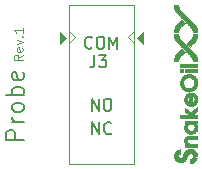
<source format=gbr>
%TF.GenerationSoftware,KiCad,Pcbnew,5.1.9+dfsg1-1+deb11u1*%
%TF.CreationDate,2023-07-29T18:46:00+09:00*%
%TF.ProjectId,probe-mount,70726f62-652d-46d6-9f75-6e742e6b6963,rev?*%
%TF.SameCoordinates,Original*%
%TF.FileFunction,Legend,Top*%
%TF.FilePolarity,Positive*%
%FSLAX46Y46*%
G04 Gerber Fmt 4.6, Leading zero omitted, Abs format (unit mm)*
G04 Created by KiCad (PCBNEW 5.1.9+dfsg1-1+deb11u1) date 2023-07-29 18:46:00*
%MOMM*%
%LPD*%
G01*
G04 APERTURE LIST*
%ADD10C,0.100000*%
%ADD11C,0.200000*%
%ADD12C,0.010000*%
%ADD13C,0.120000*%
%ADD14C,0.150000*%
G04 APERTURE END LIST*
D10*
G36*
X151000000Y-121500000D02*
G01*
X150500000Y-121000000D01*
X151000000Y-120500000D01*
X151000000Y-121500000D01*
G37*
X151000000Y-121500000D02*
X150500000Y-121000000D01*
X151000000Y-120500000D01*
X151000000Y-121500000D01*
G36*
X144500000Y-121000000D02*
G01*
X144000000Y-121500000D01*
X144000000Y-120500000D01*
X144500000Y-121000000D01*
G37*
X144500000Y-121000000D02*
X144000000Y-121500000D01*
X144000000Y-120500000D01*
X144500000Y-121000000D01*
X140839285Y-122410714D02*
X140482142Y-122660714D01*
X140839285Y-122839285D02*
X140089285Y-122839285D01*
X140089285Y-122553571D01*
X140125000Y-122482142D01*
X140160714Y-122446428D01*
X140232142Y-122410714D01*
X140339285Y-122410714D01*
X140410714Y-122446428D01*
X140446428Y-122482142D01*
X140482142Y-122553571D01*
X140482142Y-122839285D01*
X140803571Y-121803571D02*
X140839285Y-121875000D01*
X140839285Y-122017857D01*
X140803571Y-122089285D01*
X140732142Y-122125000D01*
X140446428Y-122125000D01*
X140375000Y-122089285D01*
X140339285Y-122017857D01*
X140339285Y-121875000D01*
X140375000Y-121803571D01*
X140446428Y-121767857D01*
X140517857Y-121767857D01*
X140589285Y-122125000D01*
X140339285Y-121517857D02*
X140839285Y-121339285D01*
X140339285Y-121160714D01*
X140767857Y-120875000D02*
X140803571Y-120839285D01*
X140839285Y-120875000D01*
X140803571Y-120910714D01*
X140767857Y-120875000D01*
X140839285Y-120875000D01*
X140839285Y-120125000D02*
X140839285Y-120553571D01*
X140839285Y-120339285D02*
X140089285Y-120339285D01*
X140196428Y-120410714D01*
X140267857Y-120482142D01*
X140303571Y-120553571D01*
D11*
X140928571Y-129607142D02*
X139428571Y-129607142D01*
X139428571Y-129035714D01*
X139500000Y-128892857D01*
X139571428Y-128821428D01*
X139714285Y-128750000D01*
X139928571Y-128750000D01*
X140071428Y-128821428D01*
X140142857Y-128892857D01*
X140214285Y-129035714D01*
X140214285Y-129607142D01*
X140928571Y-128107142D02*
X139928571Y-128107142D01*
X140214285Y-128107142D02*
X140071428Y-128035714D01*
X140000000Y-127964285D01*
X139928571Y-127821428D01*
X139928571Y-127678571D01*
X140928571Y-126964285D02*
X140857142Y-127107142D01*
X140785714Y-127178571D01*
X140642857Y-127250000D01*
X140214285Y-127250000D01*
X140071428Y-127178571D01*
X140000000Y-127107142D01*
X139928571Y-126964285D01*
X139928571Y-126750000D01*
X140000000Y-126607142D01*
X140071428Y-126535714D01*
X140214285Y-126464285D01*
X140642857Y-126464285D01*
X140785714Y-126535714D01*
X140857142Y-126607142D01*
X140928571Y-126750000D01*
X140928571Y-126964285D01*
X140928571Y-125821428D02*
X139428571Y-125821428D01*
X140000000Y-125821428D02*
X139928571Y-125678571D01*
X139928571Y-125392857D01*
X140000000Y-125250000D01*
X140071428Y-125178571D01*
X140214285Y-125107142D01*
X140642857Y-125107142D01*
X140785714Y-125178571D01*
X140857142Y-125250000D01*
X140928571Y-125392857D01*
X140928571Y-125678571D01*
X140857142Y-125821428D01*
X140857142Y-123892857D02*
X140928571Y-124035714D01*
X140928571Y-124321428D01*
X140857142Y-124464285D01*
X140714285Y-124535714D01*
X140142857Y-124535714D01*
X140000000Y-124464285D01*
X139928571Y-124321428D01*
X139928571Y-124035714D01*
X140000000Y-123892857D01*
X140142857Y-123821428D01*
X140285714Y-123821428D01*
X140428571Y-124535714D01*
D12*
%TO.C,G\u002A\u002A\u002A*%
G36*
X154432267Y-123609823D02*
G01*
X154432267Y-123864047D01*
X154312323Y-123862524D01*
X154192378Y-123861000D01*
X154190859Y-123735412D01*
X154189340Y-123609823D01*
X154432267Y-123609823D01*
G37*
X154432267Y-123609823D02*
X154432267Y-123864047D01*
X154312323Y-123862524D01*
X154192378Y-123861000D01*
X154190859Y-123735412D01*
X154189340Y-123609823D01*
X154432267Y-123609823D01*
G36*
X153647722Y-120444700D02*
G01*
X153648554Y-120417488D01*
X153650697Y-120389141D01*
X153653496Y-120367089D01*
X153657151Y-120344151D01*
X153660340Y-120321801D01*
X153661719Y-120310645D01*
X153664301Y-120295362D01*
X153669270Y-120272276D01*
X153675880Y-120244430D01*
X153683384Y-120214865D01*
X153691035Y-120186623D01*
X153697730Y-120163889D01*
X153706434Y-120139252D01*
X153719062Y-120107872D01*
X153734280Y-120072995D01*
X153741795Y-120056645D01*
X153749146Y-120041810D01*
X153759585Y-120021851D01*
X153771664Y-119999403D01*
X153783937Y-119977104D01*
X153794956Y-119957591D01*
X153803275Y-119943499D01*
X153806843Y-119938112D01*
X153811885Y-119931414D01*
X153821968Y-119917786D01*
X153835479Y-119899417D01*
X153846418Y-119884489D01*
X153859296Y-119868481D01*
X153879685Y-119845266D01*
X153906982Y-119815484D01*
X153940583Y-119779777D01*
X153979884Y-119738783D01*
X154024280Y-119693144D01*
X154073167Y-119643500D01*
X154085577Y-119630985D01*
X154289632Y-119425458D01*
X154420216Y-119556832D01*
X154451534Y-119588379D01*
X154480122Y-119617252D01*
X154505054Y-119642510D01*
X154525403Y-119663212D01*
X154540245Y-119678416D01*
X154548652Y-119687181D01*
X154550227Y-119688981D01*
X154546222Y-119692977D01*
X154534976Y-119704117D01*
X154517282Y-119721617D01*
X154493936Y-119744692D01*
X154465731Y-119772558D01*
X154433461Y-119804429D01*
X154397921Y-119839522D01*
X154363804Y-119873200D01*
X154312457Y-119924071D01*
X154268548Y-119968053D01*
X154231314Y-120006017D01*
X154199991Y-120038835D01*
X154173819Y-120067375D01*
X154152033Y-120092509D01*
X154133871Y-120115107D01*
X154118570Y-120136040D01*
X154105368Y-120156176D01*
X154093502Y-120176388D01*
X154086048Y-120190161D01*
X154057861Y-120249928D01*
X154037628Y-120308244D01*
X154024272Y-120368962D01*
X154016717Y-120435934D01*
X154016503Y-120439056D01*
X154013197Y-120488445D01*
X153647689Y-120488445D01*
X153647722Y-120444700D01*
G37*
X153647722Y-120444700D02*
X153648554Y-120417488D01*
X153650697Y-120389141D01*
X153653496Y-120367089D01*
X153657151Y-120344151D01*
X153660340Y-120321801D01*
X153661719Y-120310645D01*
X153664301Y-120295362D01*
X153669270Y-120272276D01*
X153675880Y-120244430D01*
X153683384Y-120214865D01*
X153691035Y-120186623D01*
X153697730Y-120163889D01*
X153706434Y-120139252D01*
X153719062Y-120107872D01*
X153734280Y-120072995D01*
X153741795Y-120056645D01*
X153749146Y-120041810D01*
X153759585Y-120021851D01*
X153771664Y-119999403D01*
X153783937Y-119977104D01*
X153794956Y-119957591D01*
X153803275Y-119943499D01*
X153806843Y-119938112D01*
X153811885Y-119931414D01*
X153821968Y-119917786D01*
X153835479Y-119899417D01*
X153846418Y-119884489D01*
X153859296Y-119868481D01*
X153879685Y-119845266D01*
X153906982Y-119815484D01*
X153940583Y-119779777D01*
X153979884Y-119738783D01*
X154024280Y-119693144D01*
X154073167Y-119643500D01*
X154085577Y-119630985D01*
X154289632Y-119425458D01*
X154420216Y-119556832D01*
X154451534Y-119588379D01*
X154480122Y-119617252D01*
X154505054Y-119642510D01*
X154525403Y-119663212D01*
X154540245Y-119678416D01*
X154548652Y-119687181D01*
X154550227Y-119688981D01*
X154546222Y-119692977D01*
X154534976Y-119704117D01*
X154517282Y-119721617D01*
X154493936Y-119744692D01*
X154465731Y-119772558D01*
X154433461Y-119804429D01*
X154397921Y-119839522D01*
X154363804Y-119873200D01*
X154312457Y-119924071D01*
X154268548Y-119968053D01*
X154231314Y-120006017D01*
X154199991Y-120038835D01*
X154173819Y-120067375D01*
X154152033Y-120092509D01*
X154133871Y-120115107D01*
X154118570Y-120136040D01*
X154105368Y-120156176D01*
X154093502Y-120176388D01*
X154086048Y-120190161D01*
X154057861Y-120249928D01*
X154037628Y-120308244D01*
X154024272Y-120368962D01*
X154016717Y-120435934D01*
X154016503Y-120439056D01*
X154013197Y-120488445D01*
X153647689Y-120488445D01*
X153647722Y-120444700D01*
G36*
X153647722Y-122900034D02*
G01*
X153648554Y-122872821D01*
X153650697Y-122844474D01*
X153653496Y-122822423D01*
X153657151Y-122799484D01*
X153660340Y-122777134D01*
X153661719Y-122765978D01*
X153664301Y-122750695D01*
X153669270Y-122727609D01*
X153675880Y-122699763D01*
X153683384Y-122670198D01*
X153691035Y-122641957D01*
X153697730Y-122619223D01*
X153706434Y-122594586D01*
X153719062Y-122563205D01*
X153734280Y-122528328D01*
X153741795Y-122511978D01*
X153749146Y-122497144D01*
X153759585Y-122477184D01*
X153771664Y-122454736D01*
X153783937Y-122432438D01*
X153794956Y-122412924D01*
X153803275Y-122398832D01*
X153806843Y-122393445D01*
X153811885Y-122386747D01*
X153821968Y-122373120D01*
X153835479Y-122354750D01*
X153846418Y-122339823D01*
X153859296Y-122323814D01*
X153879685Y-122300599D01*
X153906982Y-122270818D01*
X153940583Y-122235110D01*
X153979884Y-122194117D01*
X154024280Y-122148478D01*
X154073167Y-122098834D01*
X154085577Y-122086318D01*
X154289632Y-121880791D01*
X154420216Y-122012165D01*
X154451534Y-122043712D01*
X154480122Y-122072585D01*
X154505054Y-122097844D01*
X154525403Y-122118545D01*
X154540245Y-122133750D01*
X154548652Y-122142515D01*
X154550227Y-122144315D01*
X154546222Y-122148310D01*
X154534976Y-122159450D01*
X154517282Y-122176951D01*
X154493936Y-122200026D01*
X154465731Y-122227891D01*
X154433461Y-122259763D01*
X154397921Y-122294855D01*
X154363804Y-122328534D01*
X154312457Y-122379404D01*
X154268548Y-122423386D01*
X154231314Y-122461351D01*
X154199991Y-122494168D01*
X154173819Y-122522709D01*
X154152033Y-122547843D01*
X154133871Y-122570441D01*
X154118570Y-122591373D01*
X154105368Y-122611510D01*
X154093502Y-122631722D01*
X154086048Y-122645495D01*
X154057861Y-122705261D01*
X154037628Y-122763577D01*
X154024272Y-122824295D01*
X154016717Y-122891267D01*
X154016503Y-122894389D01*
X154013197Y-122943778D01*
X153647689Y-122943778D01*
X153647722Y-122900034D01*
G37*
X153647722Y-122900034D02*
X153648554Y-122872821D01*
X153650697Y-122844474D01*
X153653496Y-122822423D01*
X153657151Y-122799484D01*
X153660340Y-122777134D01*
X153661719Y-122765978D01*
X153664301Y-122750695D01*
X153669270Y-122727609D01*
X153675880Y-122699763D01*
X153683384Y-122670198D01*
X153691035Y-122641957D01*
X153697730Y-122619223D01*
X153706434Y-122594586D01*
X153719062Y-122563205D01*
X153734280Y-122528328D01*
X153741795Y-122511978D01*
X153749146Y-122497144D01*
X153759585Y-122477184D01*
X153771664Y-122454736D01*
X153783937Y-122432438D01*
X153794956Y-122412924D01*
X153803275Y-122398832D01*
X153806843Y-122393445D01*
X153811885Y-122386747D01*
X153821968Y-122373120D01*
X153835479Y-122354750D01*
X153846418Y-122339823D01*
X153859296Y-122323814D01*
X153879685Y-122300599D01*
X153906982Y-122270818D01*
X153940583Y-122235110D01*
X153979884Y-122194117D01*
X154024280Y-122148478D01*
X154073167Y-122098834D01*
X154085577Y-122086318D01*
X154289632Y-121880791D01*
X154420216Y-122012165D01*
X154451534Y-122043712D01*
X154480122Y-122072585D01*
X154505054Y-122097844D01*
X154525403Y-122118545D01*
X154540245Y-122133750D01*
X154548652Y-122142515D01*
X154550227Y-122144315D01*
X154546222Y-122148310D01*
X154534976Y-122159450D01*
X154517282Y-122176951D01*
X154493936Y-122200026D01*
X154465731Y-122227891D01*
X154433461Y-122259763D01*
X154397921Y-122294855D01*
X154363804Y-122328534D01*
X154312457Y-122379404D01*
X154268548Y-122423386D01*
X154231314Y-122461351D01*
X154199991Y-122494168D01*
X154173819Y-122522709D01*
X154152033Y-122547843D01*
X154133871Y-122570441D01*
X154118570Y-122591373D01*
X154105368Y-122611510D01*
X154093502Y-122631722D01*
X154086048Y-122645495D01*
X154057861Y-122705261D01*
X154037628Y-122763577D01*
X154024272Y-122824295D01*
X154016717Y-122891267D01*
X154016503Y-122894389D01*
X154013197Y-122943778D01*
X153647689Y-122943778D01*
X153647722Y-122900034D01*
G36*
X155051745Y-131211486D02*
G01*
X155065716Y-131210031D01*
X155073713Y-131209746D01*
X155074283Y-131209888D01*
X155076059Y-131215517D01*
X155079090Y-131228756D01*
X155081130Y-131238720D01*
X155085435Y-131259894D01*
X155090814Y-131285463D01*
X155094645Y-131303200D01*
X155106117Y-131355508D01*
X155115492Y-131398128D01*
X155123071Y-131432407D01*
X155129152Y-131459688D01*
X155134035Y-131481317D01*
X155138019Y-131498638D01*
X155140782Y-131510383D01*
X155146174Y-131534455D01*
X155148448Y-131549848D01*
X155147542Y-131558749D01*
X155143394Y-131563345D01*
X155139234Y-131564972D01*
X155123009Y-131568808D01*
X155101017Y-131572908D01*
X155077682Y-131576566D01*
X155057431Y-131579074D01*
X155046475Y-131579778D01*
X155030578Y-131579778D01*
X155030578Y-131214124D01*
X155051745Y-131211486D01*
G37*
X155051745Y-131211486D02*
X155065716Y-131210031D01*
X155073713Y-131209746D01*
X155074283Y-131209888D01*
X155076059Y-131215517D01*
X155079090Y-131228756D01*
X155081130Y-131238720D01*
X155085435Y-131259894D01*
X155090814Y-131285463D01*
X155094645Y-131303200D01*
X155106117Y-131355508D01*
X155115492Y-131398128D01*
X155123071Y-131432407D01*
X155129152Y-131459688D01*
X155134035Y-131481317D01*
X155138019Y-131498638D01*
X155140782Y-131510383D01*
X155146174Y-131534455D01*
X155148448Y-131549848D01*
X155147542Y-131558749D01*
X155143394Y-131563345D01*
X155139234Y-131564972D01*
X155123009Y-131568808D01*
X155101017Y-131572908D01*
X155077682Y-131576566D01*
X155057431Y-131579074D01*
X155046475Y-131579778D01*
X155030578Y-131579778D01*
X155030578Y-131214124D01*
X155051745Y-131211486D01*
G36*
X155119153Y-131202517D02*
G01*
X155123729Y-131195831D01*
X155132298Y-131190361D01*
X155145014Y-131184186D01*
X155145393Y-131184003D01*
X155175829Y-131169274D01*
X155271575Y-131308204D01*
X155295833Y-131343436D01*
X155318077Y-131375804D01*
X155337479Y-131404102D01*
X155353214Y-131427121D01*
X155364455Y-131443653D01*
X155370375Y-131452491D01*
X155371013Y-131453501D01*
X155368419Y-131459636D01*
X155357405Y-131469898D01*
X155339434Y-131482957D01*
X155336697Y-131484768D01*
X155287828Y-131514042D01*
X155242303Y-131535868D01*
X155233243Y-131539440D01*
X155226365Y-131541618D01*
X155221354Y-131540758D01*
X155217039Y-131535058D01*
X155212249Y-131522712D01*
X155205811Y-131501917D01*
X155203225Y-131493228D01*
X155195947Y-131468958D01*
X155189359Y-131447385D01*
X155184466Y-131431787D01*
X155183013Y-131427378D01*
X155179084Y-131415152D01*
X155173203Y-131395970D01*
X155166559Y-131373720D01*
X155165740Y-131370934D01*
X155157782Y-131344395D01*
X155148210Y-131313265D01*
X155138912Y-131283681D01*
X155137683Y-131279836D01*
X155127834Y-131249079D01*
X155121360Y-131227220D01*
X155118415Y-131212340D01*
X155119153Y-131202517D01*
G37*
X155119153Y-131202517D02*
X155123729Y-131195831D01*
X155132298Y-131190361D01*
X155145014Y-131184186D01*
X155145393Y-131184003D01*
X155175829Y-131169274D01*
X155271575Y-131308204D01*
X155295833Y-131343436D01*
X155318077Y-131375804D01*
X155337479Y-131404102D01*
X155353214Y-131427121D01*
X155364455Y-131443653D01*
X155370375Y-131452491D01*
X155371013Y-131453501D01*
X155368419Y-131459636D01*
X155357405Y-131469898D01*
X155339434Y-131482957D01*
X155336697Y-131484768D01*
X155287828Y-131514042D01*
X155242303Y-131535868D01*
X155233243Y-131539440D01*
X155226365Y-131541618D01*
X155221354Y-131540758D01*
X155217039Y-131535058D01*
X155212249Y-131522712D01*
X155205811Y-131501917D01*
X155203225Y-131493228D01*
X155195947Y-131468958D01*
X155189359Y-131447385D01*
X155184466Y-131431787D01*
X155183013Y-131427378D01*
X155179084Y-131415152D01*
X155173203Y-131395970D01*
X155166559Y-131373720D01*
X155165740Y-131370934D01*
X155157782Y-131344395D01*
X155148210Y-131313265D01*
X155138912Y-131283681D01*
X155137683Y-131279836D01*
X155127834Y-131249079D01*
X155121360Y-131227220D01*
X155118415Y-131212340D01*
X155119153Y-131202517D01*
G36*
X155221984Y-131122380D02*
G01*
X155233532Y-131104251D01*
X155242858Y-131085868D01*
X155245268Y-131079636D01*
X155250396Y-131066927D01*
X155257095Y-131062261D01*
X155269782Y-131062991D01*
X155272370Y-131063386D01*
X155292217Y-131066676D01*
X155319969Y-131071540D01*
X155352449Y-131077400D01*
X155386479Y-131083681D01*
X155418881Y-131089808D01*
X155428511Y-131091666D01*
X155452138Y-131096134D01*
X155481915Y-131101599D01*
X155512868Y-131107152D01*
X155525878Y-131109442D01*
X155553415Y-131114681D01*
X155571205Y-131119222D01*
X155580726Y-131123545D01*
X155583458Y-131128119D01*
X155581560Y-131137178D01*
X155576752Y-131153763D01*
X155569951Y-131174779D01*
X155567534Y-131181845D01*
X155536741Y-131255681D01*
X155497681Y-131324308D01*
X155454400Y-131382223D01*
X155437536Y-131401978D01*
X155424104Y-131387867D01*
X155409999Y-131372871D01*
X155391092Y-131352515D01*
X155368668Y-131328207D01*
X155344009Y-131301352D01*
X155318398Y-131273358D01*
X155293118Y-131245630D01*
X155269452Y-131219576D01*
X155248683Y-131196601D01*
X155232095Y-131178113D01*
X155220969Y-131165517D01*
X155217093Y-131160926D01*
X155205126Y-131145651D01*
X155221984Y-131122380D01*
G37*
X155221984Y-131122380D02*
X155233532Y-131104251D01*
X155242858Y-131085868D01*
X155245268Y-131079636D01*
X155250396Y-131066927D01*
X155257095Y-131062261D01*
X155269782Y-131062991D01*
X155272370Y-131063386D01*
X155292217Y-131066676D01*
X155319969Y-131071540D01*
X155352449Y-131077400D01*
X155386479Y-131083681D01*
X155418881Y-131089808D01*
X155428511Y-131091666D01*
X155452138Y-131096134D01*
X155481915Y-131101599D01*
X155512868Y-131107152D01*
X155525878Y-131109442D01*
X155553415Y-131114681D01*
X155571205Y-131119222D01*
X155580726Y-131123545D01*
X155583458Y-131128119D01*
X155581560Y-131137178D01*
X155576752Y-131153763D01*
X155569951Y-131174779D01*
X155567534Y-131181845D01*
X155536741Y-131255681D01*
X155497681Y-131324308D01*
X155454400Y-131382223D01*
X155437536Y-131401978D01*
X155424104Y-131387867D01*
X155409999Y-131372871D01*
X155391092Y-131352515D01*
X155368668Y-131328207D01*
X155344009Y-131301352D01*
X155318398Y-131273358D01*
X155293118Y-131245630D01*
X155269452Y-131219576D01*
X155248683Y-131196601D01*
X155232095Y-131178113D01*
X155220969Y-131165517D01*
X155217093Y-131160926D01*
X155205126Y-131145651D01*
X155221984Y-131122380D01*
G36*
X155606311Y-123152623D02*
G01*
X155606311Y-123406666D01*
X154899345Y-123405233D01*
X154192378Y-123403800D01*
X154190859Y-123278212D01*
X154189340Y-123152623D01*
X155606311Y-123152623D01*
G37*
X155606311Y-123152623D02*
X155606311Y-123406666D01*
X154899345Y-123405233D01*
X154192378Y-123403800D01*
X154190859Y-123278212D01*
X154189340Y-123152623D01*
X155606311Y-123152623D01*
G36*
X155606311Y-123609823D02*
G01*
X155606311Y-123863823D01*
X154545156Y-123863823D01*
X154545156Y-123609823D01*
X155606311Y-123609823D01*
G37*
X155606311Y-123609823D02*
X155606311Y-123863823D01*
X154545156Y-123863823D01*
X154545156Y-123609823D01*
X155606311Y-123609823D01*
G36*
X155037804Y-127529889D02*
G01*
X154956580Y-127475397D01*
X154930316Y-127457725D01*
X154896831Y-127435114D01*
X154858231Y-127408991D01*
X154816620Y-127380780D01*
X154774101Y-127351907D01*
X154732779Y-127323797D01*
X154728600Y-127320952D01*
X154691617Y-127295803D01*
X154656870Y-127272251D01*
X154625666Y-127251176D01*
X154599309Y-127233455D01*
X154579104Y-127219968D01*
X154566357Y-127211593D01*
X154563500Y-127209786D01*
X154545156Y-127198574D01*
X154545156Y-127046261D01*
X154545356Y-126997241D01*
X154545943Y-126957269D01*
X154546900Y-126926847D01*
X154548207Y-126906480D01*
X154549846Y-126896668D01*
X154550686Y-126895830D01*
X154556608Y-126899563D01*
X154570310Y-126909052D01*
X154590482Y-126923363D01*
X154615813Y-126941562D01*
X154644993Y-126962713D01*
X154667808Y-126979362D01*
X154739014Y-127031450D01*
X154803695Y-127078743D01*
X154861527Y-127121002D01*
X154912186Y-127157991D01*
X154955344Y-127189473D01*
X154990679Y-127215209D01*
X155017863Y-127234964D01*
X155036572Y-127248499D01*
X155046080Y-127255297D01*
X155064405Y-127268163D01*
X155163941Y-127187360D01*
X155200729Y-127157485D01*
X155242100Y-127123870D01*
X155284651Y-127089282D01*
X155324980Y-127056486D01*
X155357284Y-127030201D01*
X155410070Y-126987245D01*
X155454773Y-126950891D01*
X155492059Y-126920606D01*
X155522591Y-126895858D01*
X155547034Y-126876112D01*
X155566053Y-126860836D01*
X155580312Y-126849495D01*
X155590475Y-126841556D01*
X155597208Y-126836486D01*
X155601175Y-126833751D01*
X155603040Y-126832818D01*
X155603197Y-126832800D01*
X155603971Y-126838216D01*
X155604667Y-126853546D01*
X155605262Y-126877417D01*
X155605732Y-126908455D01*
X155606052Y-126945286D01*
X155606198Y-126986536D01*
X155606202Y-127003545D01*
X155606093Y-127174289D01*
X155511658Y-127242579D01*
X155477560Y-127267271D01*
X155438489Y-127295624D01*
X155396084Y-127326444D01*
X155351980Y-127358538D01*
X155307815Y-127390713D01*
X155265227Y-127421775D01*
X155225853Y-127450531D01*
X155191331Y-127475788D01*
X155163297Y-127496353D01*
X155149902Y-127506217D01*
X155114003Y-127532712D01*
X155606311Y-127532712D01*
X155606311Y-127786712D01*
X154189556Y-127786712D01*
X154189556Y-127532783D01*
X155037804Y-127529889D01*
G37*
X155037804Y-127529889D02*
X154956580Y-127475397D01*
X154930316Y-127457725D01*
X154896831Y-127435114D01*
X154858231Y-127408991D01*
X154816620Y-127380780D01*
X154774101Y-127351907D01*
X154732779Y-127323797D01*
X154728600Y-127320952D01*
X154691617Y-127295803D01*
X154656870Y-127272251D01*
X154625666Y-127251176D01*
X154599309Y-127233455D01*
X154579104Y-127219968D01*
X154566357Y-127211593D01*
X154563500Y-127209786D01*
X154545156Y-127198574D01*
X154545156Y-127046261D01*
X154545356Y-126997241D01*
X154545943Y-126957269D01*
X154546900Y-126926847D01*
X154548207Y-126906480D01*
X154549846Y-126896668D01*
X154550686Y-126895830D01*
X154556608Y-126899563D01*
X154570310Y-126909052D01*
X154590482Y-126923363D01*
X154615813Y-126941562D01*
X154644993Y-126962713D01*
X154667808Y-126979362D01*
X154739014Y-127031450D01*
X154803695Y-127078743D01*
X154861527Y-127121002D01*
X154912186Y-127157991D01*
X154955344Y-127189473D01*
X154990679Y-127215209D01*
X155017863Y-127234964D01*
X155036572Y-127248499D01*
X155046080Y-127255297D01*
X155064405Y-127268163D01*
X155163941Y-127187360D01*
X155200729Y-127157485D01*
X155242100Y-127123870D01*
X155284651Y-127089282D01*
X155324980Y-127056486D01*
X155357284Y-127030201D01*
X155410070Y-126987245D01*
X155454773Y-126950891D01*
X155492059Y-126920606D01*
X155522591Y-126895858D01*
X155547034Y-126876112D01*
X155566053Y-126860836D01*
X155580312Y-126849495D01*
X155590475Y-126841556D01*
X155597208Y-126836486D01*
X155601175Y-126833751D01*
X155603040Y-126832818D01*
X155603197Y-126832800D01*
X155603971Y-126838216D01*
X155604667Y-126853546D01*
X155605262Y-126877417D01*
X155605732Y-126908455D01*
X155606052Y-126945286D01*
X155606198Y-126986536D01*
X155606202Y-127003545D01*
X155606093Y-127174289D01*
X155511658Y-127242579D01*
X155477560Y-127267271D01*
X155438489Y-127295624D01*
X155396084Y-127326444D01*
X155351980Y-127358538D01*
X155307815Y-127390713D01*
X155265227Y-127421775D01*
X155225853Y-127450531D01*
X155191331Y-127475788D01*
X155163297Y-127496353D01*
X155149902Y-127506217D01*
X155114003Y-127532712D01*
X155606311Y-127532712D01*
X155606311Y-127786712D01*
X154189556Y-127786712D01*
X154189556Y-127532783D01*
X155037804Y-127529889D01*
G36*
X154526173Y-129616306D02*
G01*
X154526675Y-129589268D01*
X154527852Y-129568651D01*
X154529968Y-129552025D01*
X154533288Y-129536955D01*
X154538075Y-129521010D01*
X154541393Y-129511089D01*
X154555396Y-129473179D01*
X154569523Y-129442738D01*
X154585738Y-129416096D01*
X154606005Y-129389586D01*
X154607245Y-129388097D01*
X154640049Y-129352837D01*
X154674704Y-129324315D01*
X154713493Y-129301196D01*
X154758696Y-129282144D01*
X154812594Y-129265825D01*
X154818911Y-129264200D01*
X154828449Y-129261908D01*
X154838261Y-129259931D01*
X154849254Y-129258239D01*
X154862335Y-129256802D01*
X154878411Y-129255588D01*
X154898388Y-129254568D01*
X154923173Y-129253711D01*
X154953673Y-129252986D01*
X154990796Y-129252363D01*
X155035447Y-129251812D01*
X155088533Y-129251302D01*
X155150962Y-129250802D01*
X155223641Y-129250282D01*
X155235189Y-129250202D01*
X155606311Y-129247653D01*
X155606311Y-129502623D01*
X155345256Y-129502672D01*
X155258950Y-129502863D01*
X155183124Y-129503468D01*
X155116971Y-129504590D01*
X155059686Y-129506330D01*
X155010463Y-129508791D01*
X154968496Y-129512075D01*
X154932981Y-129516284D01*
X154903111Y-129521519D01*
X154878081Y-129527883D01*
X154857085Y-129535479D01*
X154839317Y-129544407D01*
X154823973Y-129554771D01*
X154810246Y-129566671D01*
X154805883Y-129571006D01*
X154782291Y-129602857D01*
X154766583Y-129640681D01*
X154758710Y-129682418D01*
X154758624Y-129726009D01*
X154766278Y-129769391D01*
X154781624Y-129810505D01*
X154804614Y-129847291D01*
X154812515Y-129856647D01*
X154844296Y-129883785D01*
X154884861Y-129905056D01*
X154933015Y-129919879D01*
X154948469Y-129922930D01*
X154961732Y-129924917D01*
X154977498Y-129926590D01*
X154996759Y-129927974D01*
X155020507Y-129929093D01*
X155049732Y-129929971D01*
X155085425Y-129930633D01*
X155128578Y-129931102D01*
X155180182Y-129931404D01*
X155241228Y-129931561D01*
X155302251Y-129931600D01*
X155606311Y-129931600D01*
X155606311Y-130057660D01*
X155606150Y-130094296D01*
X155605697Y-130127082D01*
X155605002Y-130154356D01*
X155604112Y-130174455D01*
X155603075Y-130185714D01*
X155602548Y-130187482D01*
X155596482Y-130188026D01*
X155579916Y-130188546D01*
X155553641Y-130189037D01*
X155518446Y-130189493D01*
X155475120Y-130189909D01*
X155424453Y-130190279D01*
X155367234Y-130190597D01*
X155304254Y-130190858D01*
X155236302Y-130191057D01*
X155164167Y-130191187D01*
X155088639Y-130191243D01*
X155071858Y-130191245D01*
X154544931Y-130191245D01*
X154546455Y-130071300D01*
X154547978Y-129951356D01*
X154594243Y-129949722D01*
X154640507Y-129948087D01*
X154611304Y-129911447D01*
X154576624Y-129862926D01*
X154550836Y-129814940D01*
X154537817Y-129782023D01*
X154533363Y-129767601D01*
X154530181Y-129752767D01*
X154528066Y-129735263D01*
X154526814Y-129712830D01*
X154526221Y-129683209D01*
X154526083Y-129652200D01*
X154526173Y-129616306D01*
G37*
X154526173Y-129616306D02*
X154526675Y-129589268D01*
X154527852Y-129568651D01*
X154529968Y-129552025D01*
X154533288Y-129536955D01*
X154538075Y-129521010D01*
X154541393Y-129511089D01*
X154555396Y-129473179D01*
X154569523Y-129442738D01*
X154585738Y-129416096D01*
X154606005Y-129389586D01*
X154607245Y-129388097D01*
X154640049Y-129352837D01*
X154674704Y-129324315D01*
X154713493Y-129301196D01*
X154758696Y-129282144D01*
X154812594Y-129265825D01*
X154818911Y-129264200D01*
X154828449Y-129261908D01*
X154838261Y-129259931D01*
X154849254Y-129258239D01*
X154862335Y-129256802D01*
X154878411Y-129255588D01*
X154898388Y-129254568D01*
X154923173Y-129253711D01*
X154953673Y-129252986D01*
X154990796Y-129252363D01*
X155035447Y-129251812D01*
X155088533Y-129251302D01*
X155150962Y-129250802D01*
X155223641Y-129250282D01*
X155235189Y-129250202D01*
X155606311Y-129247653D01*
X155606311Y-129502623D01*
X155345256Y-129502672D01*
X155258950Y-129502863D01*
X155183124Y-129503468D01*
X155116971Y-129504590D01*
X155059686Y-129506330D01*
X155010463Y-129508791D01*
X154968496Y-129512075D01*
X154932981Y-129516284D01*
X154903111Y-129521519D01*
X154878081Y-129527883D01*
X154857085Y-129535479D01*
X154839317Y-129544407D01*
X154823973Y-129554771D01*
X154810246Y-129566671D01*
X154805883Y-129571006D01*
X154782291Y-129602857D01*
X154766583Y-129640681D01*
X154758710Y-129682418D01*
X154758624Y-129726009D01*
X154766278Y-129769391D01*
X154781624Y-129810505D01*
X154804614Y-129847291D01*
X154812515Y-129856647D01*
X154844296Y-129883785D01*
X154884861Y-129905056D01*
X154933015Y-129919879D01*
X154948469Y-129922930D01*
X154961732Y-129924917D01*
X154977498Y-129926590D01*
X154996759Y-129927974D01*
X155020507Y-129929093D01*
X155049732Y-129929971D01*
X155085425Y-129930633D01*
X155128578Y-129931102D01*
X155180182Y-129931404D01*
X155241228Y-129931561D01*
X155302251Y-129931600D01*
X155606311Y-129931600D01*
X155606311Y-130057660D01*
X155606150Y-130094296D01*
X155605697Y-130127082D01*
X155605002Y-130154356D01*
X155604112Y-130174455D01*
X155603075Y-130185714D01*
X155602548Y-130187482D01*
X155596482Y-130188026D01*
X155579916Y-130188546D01*
X155553641Y-130189037D01*
X155518446Y-130189493D01*
X155475120Y-130189909D01*
X155424453Y-130190279D01*
X155367234Y-130190597D01*
X155304254Y-130190858D01*
X155236302Y-130191057D01*
X155164167Y-130191187D01*
X155088639Y-130191243D01*
X155071858Y-130191245D01*
X154544931Y-130191245D01*
X154546455Y-130071300D01*
X154547978Y-129951356D01*
X154594243Y-129949722D01*
X154640507Y-129948087D01*
X154611304Y-129911447D01*
X154576624Y-129862926D01*
X154550836Y-129814940D01*
X154537817Y-129782023D01*
X154533363Y-129767601D01*
X154530181Y-129752767D01*
X154528066Y-129735263D01*
X154526814Y-129712830D01*
X154526221Y-129683209D01*
X154526083Y-129652200D01*
X154526173Y-129616306D01*
G36*
X153662034Y-130919603D02*
G01*
X153664086Y-130880849D01*
X153667488Y-130847743D01*
X153672146Y-130823423D01*
X153698556Y-130744377D01*
X153732250Y-130673726D01*
X153773584Y-130610953D01*
X153822912Y-130555540D01*
X153880589Y-130506970D01*
X153897343Y-130495163D01*
X153945660Y-130466654D01*
X153998847Y-130443829D01*
X154058557Y-130426146D01*
X154126443Y-130413066D01*
X154162824Y-130408215D01*
X154195358Y-130404413D01*
X154193868Y-130586614D01*
X154192378Y-130768814D01*
X154157479Y-130775931D01*
X154114801Y-130787570D01*
X154080177Y-130803960D01*
X154050899Y-130826435D01*
X154046662Y-130830553D01*
X154022401Y-130862346D01*
X154006046Y-130899811D01*
X153997521Y-130940792D01*
X153996754Y-130983133D01*
X154003669Y-131024676D01*
X154018192Y-131063267D01*
X154040250Y-131096748D01*
X154056379Y-131112901D01*
X154068067Y-131121319D01*
X154085142Y-131131914D01*
X154096423Y-131138297D01*
X154110811Y-131145487D01*
X154124048Y-131150009D01*
X154139466Y-131152467D01*
X154160397Y-131153463D01*
X154181089Y-131153614D01*
X154208341Y-131153285D01*
X154227673Y-131151902D01*
X154242446Y-131148873D01*
X154256020Y-131143605D01*
X154265868Y-131138659D01*
X154293444Y-131120044D01*
X154321052Y-131094500D01*
X154345040Y-131065769D01*
X154359135Y-131043073D01*
X154366439Y-131027371D01*
X154376178Y-131004537D01*
X154386902Y-130978041D01*
X154394278Y-130959016D01*
X154404563Y-130931971D01*
X154414451Y-130906023D01*
X154422610Y-130884663D01*
X154426615Y-130874223D01*
X154432694Y-130858418D01*
X154441522Y-130835457D01*
X154451799Y-130808721D01*
X154459941Y-130787533D01*
X154489503Y-130716120D01*
X154519742Y-130654511D01*
X154551529Y-130601225D01*
X154585737Y-130554779D01*
X154617797Y-130519135D01*
X154675353Y-130468238D01*
X154737993Y-130427336D01*
X154805967Y-130396309D01*
X154879526Y-130375039D01*
X154940445Y-130365199D01*
X155018818Y-130361923D01*
X155097157Y-130369098D01*
X155173989Y-130386243D01*
X155247839Y-130412877D01*
X155317235Y-130448520D01*
X155380701Y-130492690D01*
X155410608Y-130518623D01*
X155460700Y-130570173D01*
X155502337Y-130623822D01*
X155536266Y-130681121D01*
X155563238Y-130743624D01*
X155584001Y-130812883D01*
X155599305Y-130890451D01*
X155603246Y-130917848D01*
X155604590Y-130933052D01*
X155602458Y-130940597D01*
X155595617Y-130943889D01*
X155593659Y-130944319D01*
X155584814Y-130945123D01*
X155566276Y-130946082D01*
X155539638Y-130947140D01*
X155506494Y-130948238D01*
X155468437Y-130949320D01*
X155427061Y-130950329D01*
X155424219Y-130950392D01*
X155376518Y-130951355D01*
X155338998Y-130951872D01*
X155310557Y-130951916D01*
X155290096Y-130951459D01*
X155276515Y-130950475D01*
X155268711Y-130948936D01*
X155265586Y-130946817D01*
X155265466Y-130946498D01*
X155263591Y-130937382D01*
X155260723Y-130920819D01*
X155257743Y-130902078D01*
X155244906Y-130854287D01*
X155222265Y-130810592D01*
X155191030Y-130772610D01*
X155152410Y-130741957D01*
X155127960Y-130728573D01*
X155111797Y-130721552D01*
X155097303Y-130717117D01*
X155081085Y-130714721D01*
X155059749Y-130713819D01*
X155036223Y-130713809D01*
X154993624Y-130715969D01*
X154958489Y-130722410D01*
X154927469Y-130734167D01*
X154897217Y-130752273D01*
X154886645Y-130759957D01*
X154870817Y-130773095D01*
X154855980Y-130788295D01*
X154841610Y-130806561D01*
X154827177Y-130828897D01*
X154812156Y-130856308D01*
X154796019Y-130889798D01*
X154778240Y-130930372D01*
X154758292Y-130979033D01*
X154735647Y-131036786D01*
X154720089Y-131077423D01*
X154695040Y-131140358D01*
X154671019Y-131194021D01*
X154646942Y-131240231D01*
X154621724Y-131280805D01*
X154594283Y-131317562D01*
X154563534Y-131352319D01*
X154545135Y-131370934D01*
X154488129Y-131419042D01*
X154425665Y-131457363D01*
X154358250Y-131485694D01*
X154286391Y-131503833D01*
X154210593Y-131511578D01*
X154192378Y-131511868D01*
X154115640Y-131506479D01*
X154042293Y-131490681D01*
X153973039Y-131465030D01*
X153908579Y-131430081D01*
X153849615Y-131386389D01*
X153796848Y-131334509D01*
X153750980Y-131274998D01*
X153712712Y-131208409D01*
X153682745Y-131135298D01*
X153672042Y-131100000D01*
X153667334Y-131075049D01*
X153663980Y-131041730D01*
X153661979Y-131002848D01*
X153661331Y-130961204D01*
X153662034Y-130919603D01*
G37*
X153662034Y-130919603D02*
X153664086Y-130880849D01*
X153667488Y-130847743D01*
X153672146Y-130823423D01*
X153698556Y-130744377D01*
X153732250Y-130673726D01*
X153773584Y-130610953D01*
X153822912Y-130555540D01*
X153880589Y-130506970D01*
X153897343Y-130495163D01*
X153945660Y-130466654D01*
X153998847Y-130443829D01*
X154058557Y-130426146D01*
X154126443Y-130413066D01*
X154162824Y-130408215D01*
X154195358Y-130404413D01*
X154193868Y-130586614D01*
X154192378Y-130768814D01*
X154157479Y-130775931D01*
X154114801Y-130787570D01*
X154080177Y-130803960D01*
X154050899Y-130826435D01*
X154046662Y-130830553D01*
X154022401Y-130862346D01*
X154006046Y-130899811D01*
X153997521Y-130940792D01*
X153996754Y-130983133D01*
X154003669Y-131024676D01*
X154018192Y-131063267D01*
X154040250Y-131096748D01*
X154056379Y-131112901D01*
X154068067Y-131121319D01*
X154085142Y-131131914D01*
X154096423Y-131138297D01*
X154110811Y-131145487D01*
X154124048Y-131150009D01*
X154139466Y-131152467D01*
X154160397Y-131153463D01*
X154181089Y-131153614D01*
X154208341Y-131153285D01*
X154227673Y-131151902D01*
X154242446Y-131148873D01*
X154256020Y-131143605D01*
X154265868Y-131138659D01*
X154293444Y-131120044D01*
X154321052Y-131094500D01*
X154345040Y-131065769D01*
X154359135Y-131043073D01*
X154366439Y-131027371D01*
X154376178Y-131004537D01*
X154386902Y-130978041D01*
X154394278Y-130959016D01*
X154404563Y-130931971D01*
X154414451Y-130906023D01*
X154422610Y-130884663D01*
X154426615Y-130874223D01*
X154432694Y-130858418D01*
X154441522Y-130835457D01*
X154451799Y-130808721D01*
X154459941Y-130787533D01*
X154489503Y-130716120D01*
X154519742Y-130654511D01*
X154551529Y-130601225D01*
X154585737Y-130554779D01*
X154617797Y-130519135D01*
X154675353Y-130468238D01*
X154737993Y-130427336D01*
X154805967Y-130396309D01*
X154879526Y-130375039D01*
X154940445Y-130365199D01*
X155018818Y-130361923D01*
X155097157Y-130369098D01*
X155173989Y-130386243D01*
X155247839Y-130412877D01*
X155317235Y-130448520D01*
X155380701Y-130492690D01*
X155410608Y-130518623D01*
X155460700Y-130570173D01*
X155502337Y-130623822D01*
X155536266Y-130681121D01*
X155563238Y-130743624D01*
X155584001Y-130812883D01*
X155599305Y-130890451D01*
X155603246Y-130917848D01*
X155604590Y-130933052D01*
X155602458Y-130940597D01*
X155595617Y-130943889D01*
X155593659Y-130944319D01*
X155584814Y-130945123D01*
X155566276Y-130946082D01*
X155539638Y-130947140D01*
X155506494Y-130948238D01*
X155468437Y-130949320D01*
X155427061Y-130950329D01*
X155424219Y-130950392D01*
X155376518Y-130951355D01*
X155338998Y-130951872D01*
X155310557Y-130951916D01*
X155290096Y-130951459D01*
X155276515Y-130950475D01*
X155268711Y-130948936D01*
X155265586Y-130946817D01*
X155265466Y-130946498D01*
X155263591Y-130937382D01*
X155260723Y-130920819D01*
X155257743Y-130902078D01*
X155244906Y-130854287D01*
X155222265Y-130810592D01*
X155191030Y-130772610D01*
X155152410Y-130741957D01*
X155127960Y-130728573D01*
X155111797Y-130721552D01*
X155097303Y-130717117D01*
X155081085Y-130714721D01*
X155059749Y-130713819D01*
X155036223Y-130713809D01*
X154993624Y-130715969D01*
X154958489Y-130722410D01*
X154927469Y-130734167D01*
X154897217Y-130752273D01*
X154886645Y-130759957D01*
X154870817Y-130773095D01*
X154855980Y-130788295D01*
X154841610Y-130806561D01*
X154827177Y-130828897D01*
X154812156Y-130856308D01*
X154796019Y-130889798D01*
X154778240Y-130930372D01*
X154758292Y-130979033D01*
X154735647Y-131036786D01*
X154720089Y-131077423D01*
X154695040Y-131140358D01*
X154671019Y-131194021D01*
X154646942Y-131240231D01*
X154621724Y-131280805D01*
X154594283Y-131317562D01*
X154563534Y-131352319D01*
X154545135Y-131370934D01*
X154488129Y-131419042D01*
X154425665Y-131457363D01*
X154358250Y-131485694D01*
X154286391Y-131503833D01*
X154210593Y-131511578D01*
X154192378Y-131511868D01*
X154115640Y-131506479D01*
X154042293Y-131490681D01*
X153973039Y-131465030D01*
X153908579Y-131430081D01*
X153849615Y-131386389D01*
X153796848Y-131334509D01*
X153750980Y-131274998D01*
X153712712Y-131208409D01*
X153682745Y-131135298D01*
X153672042Y-131100000D01*
X153667334Y-131075049D01*
X153663980Y-131041730D01*
X153661979Y-131002848D01*
X153661331Y-130961204D01*
X153662034Y-130919603D01*
G36*
X153647208Y-118186923D02*
G01*
X153649754Y-118184897D01*
X153657704Y-118183269D01*
X153671983Y-118182006D01*
X153693515Y-118181071D01*
X153723227Y-118180428D01*
X153762042Y-118180043D01*
X153810887Y-118179879D01*
X153831134Y-118179867D01*
X154014578Y-118179867D01*
X154014578Y-118224918D01*
X154019569Y-118296408D01*
X154033965Y-118369034D01*
X154056906Y-118440339D01*
X154087530Y-118507867D01*
X154124974Y-118569162D01*
X154144369Y-118594734D01*
X154149882Y-118600622D01*
X154162918Y-118614051D01*
X154183026Y-118634569D01*
X154209760Y-118661721D01*
X154242669Y-118695056D01*
X154281305Y-118734120D01*
X154325219Y-118778461D01*
X154373963Y-118827626D01*
X154427088Y-118881161D01*
X154484144Y-118938614D01*
X154544683Y-118999533D01*
X154608257Y-119063463D01*
X154674416Y-119129953D01*
X154742711Y-119198550D01*
X154756904Y-119212800D01*
X154840661Y-119296897D01*
X154916825Y-119373388D01*
X154985776Y-119442662D01*
X155047890Y-119505106D01*
X155103548Y-119561108D01*
X155153126Y-119611058D01*
X155197004Y-119655344D01*
X155235560Y-119694352D01*
X155269173Y-119728473D01*
X155298220Y-119758094D01*
X155323080Y-119783602D01*
X155344132Y-119805388D01*
X155361753Y-119823838D01*
X155376323Y-119839341D01*
X155388220Y-119852285D01*
X155397821Y-119863058D01*
X155405507Y-119872049D01*
X155411654Y-119879646D01*
X155416641Y-119886237D01*
X155420847Y-119892211D01*
X155424562Y-119897820D01*
X155433985Y-119911953D01*
X155440995Y-119921726D01*
X155442939Y-119924000D01*
X155450038Y-119932940D01*
X155460873Y-119949903D01*
X155474281Y-119972744D01*
X155489096Y-119999318D01*
X155504156Y-120027478D01*
X155518296Y-120055080D01*
X155530351Y-120079976D01*
X155539157Y-120100022D01*
X155540937Y-120104623D01*
X155563267Y-120168109D01*
X155580485Y-120224650D01*
X155593218Y-120277026D01*
X155602088Y-120328017D01*
X155607720Y-120380402D01*
X155609663Y-120410834D01*
X155613598Y-120488445D01*
X155246730Y-120488445D01*
X155242814Y-120427881D01*
X155233249Y-120351937D01*
X155214291Y-120280195D01*
X155185268Y-120210518D01*
X155159835Y-120163889D01*
X155144537Y-120139493D01*
X155127866Y-120114919D01*
X155112859Y-120094601D01*
X155109562Y-120090512D01*
X155102954Y-120083344D01*
X155088818Y-120068651D01*
X155067608Y-120046891D01*
X155039779Y-120018523D01*
X155005785Y-119984005D01*
X154966080Y-119943795D01*
X154921117Y-119898352D01*
X154871351Y-119848133D01*
X154817236Y-119793598D01*
X154759225Y-119735205D01*
X154697774Y-119673412D01*
X154633335Y-119608678D01*
X154566362Y-119541460D01*
X154497311Y-119472218D01*
X154475009Y-119449867D01*
X154405450Y-119380106D01*
X154337881Y-119312223D01*
X154272753Y-119246674D01*
X154210515Y-119183919D01*
X154151618Y-119124414D01*
X154096511Y-119068618D01*
X154045646Y-119016988D01*
X153999471Y-118969983D01*
X153958438Y-118928059D01*
X153922997Y-118891675D01*
X153893597Y-118861288D01*
X153870689Y-118837357D01*
X153854723Y-118820338D01*
X153846149Y-118810691D01*
X153845032Y-118809223D01*
X153834412Y-118793712D01*
X153826086Y-118782334D01*
X153822500Y-118778178D01*
X153816643Y-118770842D01*
X153806887Y-118755561D01*
X153794415Y-118734471D01*
X153780413Y-118709706D01*
X153766066Y-118683402D01*
X153752558Y-118657692D01*
X153741074Y-118634712D01*
X153732801Y-118616595D01*
X153732797Y-118616587D01*
X153723616Y-118594717D01*
X153715623Y-118575762D01*
X153710199Y-118562987D01*
X153709287Y-118560867D01*
X153694155Y-118519750D01*
X153680279Y-118470270D01*
X153668141Y-118415325D01*
X153658221Y-118357816D01*
X153651002Y-118300640D01*
X153646963Y-118246697D01*
X153646587Y-118198886D01*
X153647208Y-118186923D01*
G37*
X153647208Y-118186923D02*
X153649754Y-118184897D01*
X153657704Y-118183269D01*
X153671983Y-118182006D01*
X153693515Y-118181071D01*
X153723227Y-118180428D01*
X153762042Y-118180043D01*
X153810887Y-118179879D01*
X153831134Y-118179867D01*
X154014578Y-118179867D01*
X154014578Y-118224918D01*
X154019569Y-118296408D01*
X154033965Y-118369034D01*
X154056906Y-118440339D01*
X154087530Y-118507867D01*
X154124974Y-118569162D01*
X154144369Y-118594734D01*
X154149882Y-118600622D01*
X154162918Y-118614051D01*
X154183026Y-118634569D01*
X154209760Y-118661721D01*
X154242669Y-118695056D01*
X154281305Y-118734120D01*
X154325219Y-118778461D01*
X154373963Y-118827626D01*
X154427088Y-118881161D01*
X154484144Y-118938614D01*
X154544683Y-118999533D01*
X154608257Y-119063463D01*
X154674416Y-119129953D01*
X154742711Y-119198550D01*
X154756904Y-119212800D01*
X154840661Y-119296897D01*
X154916825Y-119373388D01*
X154985776Y-119442662D01*
X155047890Y-119505106D01*
X155103548Y-119561108D01*
X155153126Y-119611058D01*
X155197004Y-119655344D01*
X155235560Y-119694352D01*
X155269173Y-119728473D01*
X155298220Y-119758094D01*
X155323080Y-119783602D01*
X155344132Y-119805388D01*
X155361753Y-119823838D01*
X155376323Y-119839341D01*
X155388220Y-119852285D01*
X155397821Y-119863058D01*
X155405507Y-119872049D01*
X155411654Y-119879646D01*
X155416641Y-119886237D01*
X155420847Y-119892211D01*
X155424562Y-119897820D01*
X155433985Y-119911953D01*
X155440995Y-119921726D01*
X155442939Y-119924000D01*
X155450038Y-119932940D01*
X155460873Y-119949903D01*
X155474281Y-119972744D01*
X155489096Y-119999318D01*
X155504156Y-120027478D01*
X155518296Y-120055080D01*
X155530351Y-120079976D01*
X155539157Y-120100022D01*
X155540937Y-120104623D01*
X155563267Y-120168109D01*
X155580485Y-120224650D01*
X155593218Y-120277026D01*
X155602088Y-120328017D01*
X155607720Y-120380402D01*
X155609663Y-120410834D01*
X155613598Y-120488445D01*
X155246730Y-120488445D01*
X155242814Y-120427881D01*
X155233249Y-120351937D01*
X155214291Y-120280195D01*
X155185268Y-120210518D01*
X155159835Y-120163889D01*
X155144537Y-120139493D01*
X155127866Y-120114919D01*
X155112859Y-120094601D01*
X155109562Y-120090512D01*
X155102954Y-120083344D01*
X155088818Y-120068651D01*
X155067608Y-120046891D01*
X155039779Y-120018523D01*
X155005785Y-119984005D01*
X154966080Y-119943795D01*
X154921117Y-119898352D01*
X154871351Y-119848133D01*
X154817236Y-119793598D01*
X154759225Y-119735205D01*
X154697774Y-119673412D01*
X154633335Y-119608678D01*
X154566362Y-119541460D01*
X154497311Y-119472218D01*
X154475009Y-119449867D01*
X154405450Y-119380106D01*
X154337881Y-119312223D01*
X154272753Y-119246674D01*
X154210515Y-119183919D01*
X154151618Y-119124414D01*
X154096511Y-119068618D01*
X154045646Y-119016988D01*
X153999471Y-118969983D01*
X153958438Y-118928059D01*
X153922997Y-118891675D01*
X153893597Y-118861288D01*
X153870689Y-118837357D01*
X153854723Y-118820338D01*
X153846149Y-118810691D01*
X153845032Y-118809223D01*
X153834412Y-118793712D01*
X153826086Y-118782334D01*
X153822500Y-118778178D01*
X153816643Y-118770842D01*
X153806887Y-118755561D01*
X153794415Y-118734471D01*
X153780413Y-118709706D01*
X153766066Y-118683402D01*
X153752558Y-118657692D01*
X153741074Y-118634712D01*
X153732801Y-118616595D01*
X153732797Y-118616587D01*
X153723616Y-118594717D01*
X153715623Y-118575762D01*
X153710199Y-118562987D01*
X153709287Y-118560867D01*
X153694155Y-118519750D01*
X153680279Y-118470270D01*
X153668141Y-118415325D01*
X153658221Y-118357816D01*
X153651002Y-118300640D01*
X153646963Y-118246697D01*
X153646587Y-118198886D01*
X153647208Y-118186923D01*
G36*
X154718362Y-121458240D02*
G01*
X154729470Y-121446268D01*
X154747050Y-121427897D01*
X154770335Y-121403913D01*
X154798562Y-121375098D01*
X154830966Y-121342235D01*
X154866782Y-121306108D01*
X154905245Y-121267500D01*
X154910670Y-121262068D01*
X154960843Y-121211676D01*
X155003501Y-121168413D01*
X155039281Y-121131597D01*
X155068821Y-121100548D01*
X155092756Y-121074586D01*
X155111725Y-121053028D01*
X155126364Y-121035195D01*
X155137310Y-121020405D01*
X155138801Y-121018217D01*
X155178650Y-120951908D01*
X155208326Y-120885874D01*
X155228629Y-120817748D01*
X155240361Y-120745160D01*
X155243080Y-120709989D01*
X155246809Y-120640845D01*
X155611956Y-120640845D01*
X155611128Y-120695878D01*
X155610300Y-120725609D01*
X155608821Y-120756603D01*
X155606965Y-120783463D01*
X155606325Y-120790423D01*
X155602987Y-120816676D01*
X155598053Y-120847091D01*
X155592201Y-120878167D01*
X155586106Y-120906403D01*
X155580447Y-120928299D01*
X155578506Y-120934356D01*
X155574459Y-120946553D01*
X155568370Y-120965689D01*
X155561466Y-120987896D01*
X155560574Y-120990800D01*
X155554201Y-121008621D01*
X155544345Y-121032627D01*
X155532015Y-121060701D01*
X155518216Y-121090726D01*
X155503957Y-121120587D01*
X155490246Y-121148167D01*
X155478089Y-121171349D01*
X155468495Y-121188017D01*
X155463187Y-121195399D01*
X155456175Y-121204394D01*
X155446621Y-121218713D01*
X155442709Y-121225045D01*
X155433926Y-121239069D01*
X155427360Y-121248565D01*
X155425724Y-121250445D01*
X155420944Y-121255987D01*
X155411238Y-121268214D01*
X155398455Y-121284785D01*
X155394522Y-121289956D01*
X155384957Y-121301298D01*
X155368285Y-121319637D01*
X155345420Y-121344022D01*
X155317275Y-121373503D01*
X155284762Y-121407132D01*
X155248794Y-121443959D01*
X155210285Y-121483034D01*
X155170147Y-121523408D01*
X155168453Y-121525103D01*
X154970203Y-121723561D01*
X154842346Y-121595614D01*
X154811256Y-121564362D01*
X154782895Y-121535585D01*
X154758213Y-121510269D01*
X154738160Y-121489397D01*
X154723684Y-121473955D01*
X154715736Y-121464925D01*
X154714489Y-121463032D01*
X154718362Y-121458240D01*
G37*
X154718362Y-121458240D02*
X154729470Y-121446268D01*
X154747050Y-121427897D01*
X154770335Y-121403913D01*
X154798562Y-121375098D01*
X154830966Y-121342235D01*
X154866782Y-121306108D01*
X154905245Y-121267500D01*
X154910670Y-121262068D01*
X154960843Y-121211676D01*
X155003501Y-121168413D01*
X155039281Y-121131597D01*
X155068821Y-121100548D01*
X155092756Y-121074586D01*
X155111725Y-121053028D01*
X155126364Y-121035195D01*
X155137310Y-121020405D01*
X155138801Y-121018217D01*
X155178650Y-120951908D01*
X155208326Y-120885874D01*
X155228629Y-120817748D01*
X155240361Y-120745160D01*
X155243080Y-120709989D01*
X155246809Y-120640845D01*
X155611956Y-120640845D01*
X155611128Y-120695878D01*
X155610300Y-120725609D01*
X155608821Y-120756603D01*
X155606965Y-120783463D01*
X155606325Y-120790423D01*
X155602987Y-120816676D01*
X155598053Y-120847091D01*
X155592201Y-120878167D01*
X155586106Y-120906403D01*
X155580447Y-120928299D01*
X155578506Y-120934356D01*
X155574459Y-120946553D01*
X155568370Y-120965689D01*
X155561466Y-120987896D01*
X155560574Y-120990800D01*
X155554201Y-121008621D01*
X155544345Y-121032627D01*
X155532015Y-121060701D01*
X155518216Y-121090726D01*
X155503957Y-121120587D01*
X155490246Y-121148167D01*
X155478089Y-121171349D01*
X155468495Y-121188017D01*
X155463187Y-121195399D01*
X155456175Y-121204394D01*
X155446621Y-121218713D01*
X155442709Y-121225045D01*
X155433926Y-121239069D01*
X155427360Y-121248565D01*
X155425724Y-121250445D01*
X155420944Y-121255987D01*
X155411238Y-121268214D01*
X155398455Y-121284785D01*
X155394522Y-121289956D01*
X155384957Y-121301298D01*
X155368285Y-121319637D01*
X155345420Y-121344022D01*
X155317275Y-121373503D01*
X155284762Y-121407132D01*
X155248794Y-121443959D01*
X155210285Y-121483034D01*
X155170147Y-121523408D01*
X155168453Y-121525103D01*
X154970203Y-121723561D01*
X154842346Y-121595614D01*
X154811256Y-121564362D01*
X154782895Y-121535585D01*
X154758213Y-121510269D01*
X154738160Y-121489397D01*
X154723684Y-121473955D01*
X154715736Y-121464925D01*
X154714489Y-121463032D01*
X154718362Y-121458240D01*
G36*
X153830109Y-120642179D02*
G01*
X154014578Y-120640691D01*
X154014578Y-120682996D01*
X154019543Y-120752654D01*
X154033827Y-120824004D01*
X154056508Y-120894447D01*
X154086669Y-120961381D01*
X154123390Y-121022208D01*
X154144369Y-121050067D01*
X154149882Y-121055956D01*
X154162918Y-121069385D01*
X154183026Y-121089902D01*
X154209760Y-121117055D01*
X154242669Y-121150389D01*
X154281305Y-121189454D01*
X154325219Y-121233794D01*
X154373963Y-121282959D01*
X154427088Y-121336494D01*
X154484144Y-121393947D01*
X154544683Y-121454866D01*
X154608257Y-121518796D01*
X154674416Y-121585286D01*
X154742711Y-121653883D01*
X154756904Y-121668134D01*
X154840661Y-121752231D01*
X154916825Y-121828722D01*
X154985776Y-121897995D01*
X155047890Y-121960439D01*
X155103548Y-122016442D01*
X155153126Y-122066392D01*
X155197004Y-122110677D01*
X155235560Y-122149686D01*
X155269173Y-122183806D01*
X155298220Y-122213427D01*
X155323080Y-122238936D01*
X155344132Y-122260721D01*
X155361753Y-122279171D01*
X155376323Y-122294674D01*
X155388220Y-122307618D01*
X155397821Y-122318391D01*
X155405507Y-122327383D01*
X155411654Y-122334980D01*
X155416641Y-122341571D01*
X155420847Y-122347544D01*
X155424562Y-122353153D01*
X155433985Y-122367286D01*
X155440995Y-122377059D01*
X155442939Y-122379334D01*
X155450038Y-122388273D01*
X155460873Y-122405236D01*
X155474281Y-122428077D01*
X155489096Y-122454651D01*
X155504156Y-122482812D01*
X155518296Y-122510413D01*
X155530351Y-122535310D01*
X155539157Y-122555356D01*
X155540937Y-122559956D01*
X155563267Y-122623442D01*
X155580485Y-122679983D01*
X155593218Y-122732360D01*
X155602088Y-122783351D01*
X155607720Y-122835736D01*
X155609663Y-122866167D01*
X155613598Y-122943778D01*
X155246730Y-122943778D01*
X155242814Y-122883215D01*
X155233249Y-122807271D01*
X155214291Y-122735529D01*
X155185268Y-122665851D01*
X155159835Y-122619223D01*
X155144537Y-122594826D01*
X155127866Y-122570252D01*
X155112859Y-122549934D01*
X155109562Y-122545845D01*
X155102954Y-122538677D01*
X155088818Y-122523984D01*
X155067608Y-122502225D01*
X155039779Y-122473856D01*
X155005785Y-122439338D01*
X154966080Y-122399128D01*
X154921117Y-122353685D01*
X154871351Y-122303467D01*
X154817236Y-122248932D01*
X154759225Y-122190539D01*
X154697774Y-122128746D01*
X154633335Y-122064011D01*
X154566362Y-121996794D01*
X154497311Y-121927551D01*
X154475009Y-121905200D01*
X154405450Y-121835440D01*
X154337881Y-121767556D01*
X154272753Y-121702008D01*
X154210515Y-121639252D01*
X154151618Y-121579748D01*
X154096511Y-121523952D01*
X154045646Y-121472322D01*
X153999471Y-121425316D01*
X153958438Y-121383392D01*
X153922997Y-121347008D01*
X153893597Y-121316621D01*
X153870689Y-121292690D01*
X153854723Y-121275672D01*
X153846149Y-121266024D01*
X153845032Y-121264556D01*
X153834412Y-121249046D01*
X153826086Y-121237668D01*
X153822500Y-121233512D01*
X153816643Y-121226175D01*
X153806887Y-121210894D01*
X153794415Y-121189804D01*
X153780413Y-121165040D01*
X153766066Y-121138735D01*
X153752558Y-121113025D01*
X153741074Y-121090045D01*
X153732801Y-121071929D01*
X153732797Y-121071920D01*
X153723616Y-121050050D01*
X153715623Y-121031095D01*
X153710199Y-121018320D01*
X153709287Y-121016200D01*
X153694583Y-120976412D01*
X153680881Y-120928226D01*
X153668740Y-120874527D01*
X153658718Y-120818198D01*
X153651374Y-120762121D01*
X153647267Y-120709181D01*
X153646727Y-120693354D01*
X153645639Y-120643667D01*
X153830109Y-120642179D01*
G37*
X153830109Y-120642179D02*
X154014578Y-120640691D01*
X154014578Y-120682996D01*
X154019543Y-120752654D01*
X154033827Y-120824004D01*
X154056508Y-120894447D01*
X154086669Y-120961381D01*
X154123390Y-121022208D01*
X154144369Y-121050067D01*
X154149882Y-121055956D01*
X154162918Y-121069385D01*
X154183026Y-121089902D01*
X154209760Y-121117055D01*
X154242669Y-121150389D01*
X154281305Y-121189454D01*
X154325219Y-121233794D01*
X154373963Y-121282959D01*
X154427088Y-121336494D01*
X154484144Y-121393947D01*
X154544683Y-121454866D01*
X154608257Y-121518796D01*
X154674416Y-121585286D01*
X154742711Y-121653883D01*
X154756904Y-121668134D01*
X154840661Y-121752231D01*
X154916825Y-121828722D01*
X154985776Y-121897995D01*
X155047890Y-121960439D01*
X155103548Y-122016442D01*
X155153126Y-122066392D01*
X155197004Y-122110677D01*
X155235560Y-122149686D01*
X155269173Y-122183806D01*
X155298220Y-122213427D01*
X155323080Y-122238936D01*
X155344132Y-122260721D01*
X155361753Y-122279171D01*
X155376323Y-122294674D01*
X155388220Y-122307618D01*
X155397821Y-122318391D01*
X155405507Y-122327383D01*
X155411654Y-122334980D01*
X155416641Y-122341571D01*
X155420847Y-122347544D01*
X155424562Y-122353153D01*
X155433985Y-122367286D01*
X155440995Y-122377059D01*
X155442939Y-122379334D01*
X155450038Y-122388273D01*
X155460873Y-122405236D01*
X155474281Y-122428077D01*
X155489096Y-122454651D01*
X155504156Y-122482812D01*
X155518296Y-122510413D01*
X155530351Y-122535310D01*
X155539157Y-122555356D01*
X155540937Y-122559956D01*
X155563267Y-122623442D01*
X155580485Y-122679983D01*
X155593218Y-122732360D01*
X155602088Y-122783351D01*
X155607720Y-122835736D01*
X155609663Y-122866167D01*
X155613598Y-122943778D01*
X155246730Y-122943778D01*
X155242814Y-122883215D01*
X155233249Y-122807271D01*
X155214291Y-122735529D01*
X155185268Y-122665851D01*
X155159835Y-122619223D01*
X155144537Y-122594826D01*
X155127866Y-122570252D01*
X155112859Y-122549934D01*
X155109562Y-122545845D01*
X155102954Y-122538677D01*
X155088818Y-122523984D01*
X155067608Y-122502225D01*
X155039779Y-122473856D01*
X155005785Y-122439338D01*
X154966080Y-122399128D01*
X154921117Y-122353685D01*
X154871351Y-122303467D01*
X154817236Y-122248932D01*
X154759225Y-122190539D01*
X154697774Y-122128746D01*
X154633335Y-122064011D01*
X154566362Y-121996794D01*
X154497311Y-121927551D01*
X154475009Y-121905200D01*
X154405450Y-121835440D01*
X154337881Y-121767556D01*
X154272753Y-121702008D01*
X154210515Y-121639252D01*
X154151618Y-121579748D01*
X154096511Y-121523952D01*
X154045646Y-121472322D01*
X153999471Y-121425316D01*
X153958438Y-121383392D01*
X153922997Y-121347008D01*
X153893597Y-121316621D01*
X153870689Y-121292690D01*
X153854723Y-121275672D01*
X153846149Y-121266024D01*
X153845032Y-121264556D01*
X153834412Y-121249046D01*
X153826086Y-121237668D01*
X153822500Y-121233512D01*
X153816643Y-121226175D01*
X153806887Y-121210894D01*
X153794415Y-121189804D01*
X153780413Y-121165040D01*
X153766066Y-121138735D01*
X153752558Y-121113025D01*
X153741074Y-121090045D01*
X153732801Y-121071929D01*
X153732797Y-121071920D01*
X153723616Y-121050050D01*
X153715623Y-121031095D01*
X153710199Y-121018320D01*
X153709287Y-121016200D01*
X153694583Y-120976412D01*
X153680881Y-120928226D01*
X153668740Y-120874527D01*
X153658718Y-120818198D01*
X153651374Y-120762121D01*
X153647267Y-120709181D01*
X153646727Y-120693354D01*
X153645639Y-120643667D01*
X153830109Y-120642179D01*
G36*
X154171004Y-124727896D02*
G01*
X154173861Y-124680680D01*
X154178741Y-124639157D01*
X154182993Y-124616728D01*
X154209272Y-124526291D01*
X154244788Y-124442318D01*
X154289483Y-124364893D01*
X154343301Y-124294099D01*
X154406182Y-124230018D01*
X154478069Y-124172735D01*
X154505573Y-124154161D01*
X154579242Y-124113011D01*
X154658610Y-124080633D01*
X154741858Y-124057424D01*
X154827162Y-124043783D01*
X154912703Y-124040108D01*
X154996658Y-124046796D01*
X154996711Y-124046804D01*
X155042357Y-124054134D01*
X155080839Y-124062130D01*
X155116276Y-124071881D01*
X155152786Y-124084479D01*
X155181885Y-124095858D01*
X155263168Y-124134656D01*
X155337658Y-124182237D01*
X155404881Y-124238030D01*
X155464362Y-124301466D01*
X155515629Y-124371974D01*
X155558207Y-124448983D01*
X155591624Y-124531923D01*
X155614805Y-124617356D01*
X155619131Y-124644828D01*
X155622596Y-124680398D01*
X155625093Y-124720901D01*
X155626516Y-124763170D01*
X155626756Y-124804039D01*
X155625708Y-124840344D01*
X155623314Y-124868534D01*
X155606193Y-124956157D01*
X155578797Y-125040632D01*
X155541773Y-125121011D01*
X155495770Y-125196346D01*
X155441437Y-125265690D01*
X155379423Y-125328093D01*
X155310376Y-125382608D01*
X155243316Y-125423844D01*
X155167435Y-125458840D01*
X155086597Y-125485086D01*
X155003025Y-125502131D01*
X154918942Y-125509524D01*
X154879654Y-125508232D01*
X154879654Y-125241178D01*
X154932002Y-125240664D01*
X154981375Y-125235966D01*
X155015524Y-125229299D01*
X155085980Y-125205767D01*
X155150287Y-125173040D01*
X155207832Y-125131749D01*
X155258005Y-125082527D01*
X155300194Y-125026004D01*
X155333787Y-124962814D01*
X155358175Y-124893589D01*
X155364318Y-124868534D01*
X155371069Y-124822301D01*
X155373058Y-124770272D01*
X155370400Y-124716835D01*
X155363211Y-124666373D01*
X155358469Y-124645578D01*
X155335676Y-124579758D01*
X155303356Y-124518842D01*
X155262393Y-124463927D01*
X155213669Y-124416110D01*
X155158067Y-124376488D01*
X155129356Y-124360784D01*
X155061863Y-124332897D01*
X154993134Y-124315192D01*
X154924133Y-124307286D01*
X154855824Y-124308796D01*
X154789172Y-124319338D01*
X154725141Y-124338529D01*
X154664694Y-124365986D01*
X154608798Y-124401325D01*
X154558414Y-124444163D01*
X154514509Y-124494118D01*
X154478046Y-124550805D01*
X154449989Y-124613841D01*
X154443518Y-124633401D01*
X154428763Y-124698344D01*
X154423298Y-124764696D01*
X154426422Y-124821261D01*
X154439260Y-124892358D01*
X154459220Y-124955705D01*
X154486977Y-125012819D01*
X154523203Y-125065215D01*
X154546967Y-125092555D01*
X154600751Y-125142172D01*
X154660263Y-125182062D01*
X154725535Y-125212244D01*
X154782824Y-125229631D01*
X154828529Y-125237502D01*
X154879654Y-125241178D01*
X154879654Y-125508232D01*
X154836572Y-125506815D01*
X154834844Y-125506643D01*
X154742048Y-125491996D01*
X154654299Y-125467449D01*
X154572033Y-125433296D01*
X154495683Y-125389833D01*
X154425685Y-125337357D01*
X154362472Y-125276164D01*
X154306481Y-125206549D01*
X154258144Y-125128808D01*
X154246180Y-125105901D01*
X154227165Y-125063180D01*
X154208965Y-125013299D01*
X154192948Y-124960374D01*
X154180482Y-124908520D01*
X154180385Y-124908045D01*
X154174860Y-124870881D01*
X154171474Y-124826280D01*
X154170199Y-124777524D01*
X154171004Y-124727896D01*
G37*
X154171004Y-124727896D02*
X154173861Y-124680680D01*
X154178741Y-124639157D01*
X154182993Y-124616728D01*
X154209272Y-124526291D01*
X154244788Y-124442318D01*
X154289483Y-124364893D01*
X154343301Y-124294099D01*
X154406182Y-124230018D01*
X154478069Y-124172735D01*
X154505573Y-124154161D01*
X154579242Y-124113011D01*
X154658610Y-124080633D01*
X154741858Y-124057424D01*
X154827162Y-124043783D01*
X154912703Y-124040108D01*
X154996658Y-124046796D01*
X154996711Y-124046804D01*
X155042357Y-124054134D01*
X155080839Y-124062130D01*
X155116276Y-124071881D01*
X155152786Y-124084479D01*
X155181885Y-124095858D01*
X155263168Y-124134656D01*
X155337658Y-124182237D01*
X155404881Y-124238030D01*
X155464362Y-124301466D01*
X155515629Y-124371974D01*
X155558207Y-124448983D01*
X155591624Y-124531923D01*
X155614805Y-124617356D01*
X155619131Y-124644828D01*
X155622596Y-124680398D01*
X155625093Y-124720901D01*
X155626516Y-124763170D01*
X155626756Y-124804039D01*
X155625708Y-124840344D01*
X155623314Y-124868534D01*
X155606193Y-124956157D01*
X155578797Y-125040632D01*
X155541773Y-125121011D01*
X155495770Y-125196346D01*
X155441437Y-125265690D01*
X155379423Y-125328093D01*
X155310376Y-125382608D01*
X155243316Y-125423844D01*
X155167435Y-125458840D01*
X155086597Y-125485086D01*
X155003025Y-125502131D01*
X154918942Y-125509524D01*
X154879654Y-125508232D01*
X154879654Y-125241178D01*
X154932002Y-125240664D01*
X154981375Y-125235966D01*
X155015524Y-125229299D01*
X155085980Y-125205767D01*
X155150287Y-125173040D01*
X155207832Y-125131749D01*
X155258005Y-125082527D01*
X155300194Y-125026004D01*
X155333787Y-124962814D01*
X155358175Y-124893589D01*
X155364318Y-124868534D01*
X155371069Y-124822301D01*
X155373058Y-124770272D01*
X155370400Y-124716835D01*
X155363211Y-124666373D01*
X155358469Y-124645578D01*
X155335676Y-124579758D01*
X155303356Y-124518842D01*
X155262393Y-124463927D01*
X155213669Y-124416110D01*
X155158067Y-124376488D01*
X155129356Y-124360784D01*
X155061863Y-124332897D01*
X154993134Y-124315192D01*
X154924133Y-124307286D01*
X154855824Y-124308796D01*
X154789172Y-124319338D01*
X154725141Y-124338529D01*
X154664694Y-124365986D01*
X154608798Y-124401325D01*
X154558414Y-124444163D01*
X154514509Y-124494118D01*
X154478046Y-124550805D01*
X154449989Y-124613841D01*
X154443518Y-124633401D01*
X154428763Y-124698344D01*
X154423298Y-124764696D01*
X154426422Y-124821261D01*
X154439260Y-124892358D01*
X154459220Y-124955705D01*
X154486977Y-125012819D01*
X154523203Y-125065215D01*
X154546967Y-125092555D01*
X154600751Y-125142172D01*
X154660263Y-125182062D01*
X154725535Y-125212244D01*
X154782824Y-125229631D01*
X154828529Y-125237502D01*
X154879654Y-125241178D01*
X154879654Y-125508232D01*
X154836572Y-125506815D01*
X154834844Y-125506643D01*
X154742048Y-125491996D01*
X154654299Y-125467449D01*
X154572033Y-125433296D01*
X154495683Y-125389833D01*
X154425685Y-125337357D01*
X154362472Y-125276164D01*
X154306481Y-125206549D01*
X154258144Y-125128808D01*
X154246180Y-125105901D01*
X154227165Y-125063180D01*
X154208965Y-125013299D01*
X154192948Y-124960374D01*
X154180482Y-124908520D01*
X154180385Y-124908045D01*
X154174860Y-124870881D01*
X154171474Y-124826280D01*
X154170199Y-124777524D01*
X154171004Y-124727896D01*
G36*
X154524864Y-126110551D02*
G01*
X154527849Y-126082312D01*
X154544244Y-126008083D01*
X154570750Y-125938086D01*
X154606728Y-125873119D01*
X154651537Y-125813976D01*
X154704537Y-125761455D01*
X154765085Y-125716350D01*
X154832543Y-125679459D01*
X154862259Y-125666809D01*
X154911203Y-125649836D01*
X154959329Y-125638159D01*
X155010196Y-125631155D01*
X155067360Y-125628204D01*
X155084200Y-125628022D01*
X155114664Y-125628174D01*
X155141639Y-125628801D01*
X155162858Y-125629813D01*
X155176057Y-125631120D01*
X155178745Y-125631768D01*
X155180630Y-125633059D01*
X155182260Y-125635788D01*
X155183653Y-125640725D01*
X155184827Y-125648641D01*
X155185801Y-125660307D01*
X155186594Y-125676492D01*
X155187223Y-125697967D01*
X155187709Y-125725503D01*
X155188068Y-125759871D01*
X155188320Y-125801840D01*
X155188482Y-125852181D01*
X155188575Y-125911666D01*
X155188615Y-125981063D01*
X155188623Y-126043013D01*
X155188623Y-126450202D01*
X155204145Y-126446392D01*
X155236014Y-126434661D01*
X155269486Y-126415685D01*
X155300408Y-126391932D01*
X155308462Y-126384349D01*
X155341866Y-126344461D01*
X155366480Y-126299415D01*
X155382634Y-126248309D01*
X155390657Y-126190246D01*
X155391726Y-126157473D01*
X155388327Y-126102161D01*
X155377456Y-126054038D01*
X155358405Y-126011255D01*
X155330467Y-125971961D01*
X155313793Y-125953899D01*
X155290223Y-125930130D01*
X155290223Y-125652351D01*
X155302923Y-125656284D01*
X155341020Y-125672143D01*
X155382500Y-125696680D01*
X155425489Y-125728584D01*
X155468111Y-125766542D01*
X155485499Y-125784024D01*
X155527508Y-125832433D01*
X155560887Y-125881921D01*
X155587326Y-125935507D01*
X155608515Y-125996212D01*
X155612833Y-126011534D01*
X155617628Y-126035717D01*
X155621582Y-126068089D01*
X155624553Y-126105574D01*
X155626398Y-126145093D01*
X155626975Y-126183570D01*
X155626142Y-126217927D01*
X155623758Y-126245086D01*
X155623657Y-126245778D01*
X155607013Y-126322921D01*
X155580728Y-126395867D01*
X155545507Y-126463766D01*
X155502054Y-126525765D01*
X155451073Y-126581014D01*
X155393269Y-126628661D01*
X155329345Y-126667856D01*
X155260005Y-126697747D01*
X155245951Y-126702407D01*
X155169907Y-126720660D01*
X155092911Y-126728093D01*
X155016108Y-126724956D01*
X154962845Y-126715454D01*
X154962845Y-126460176D01*
X154962845Y-125878129D01*
X154950145Y-125881695D01*
X154924819Y-125891051D01*
X154896493Y-125904996D01*
X154868915Y-125921367D01*
X154845834Y-125938004D01*
X154834677Y-125948304D01*
X154804885Y-125985785D01*
X154783092Y-126025725D01*
X154768617Y-126070087D01*
X154760781Y-126120832D01*
X154758835Y-126167026D01*
X154759118Y-126198358D01*
X154760569Y-126222250D01*
X154763699Y-126242530D01*
X154769018Y-126263027D01*
X154773495Y-126277093D01*
X154795465Y-126328705D01*
X154824663Y-126371992D01*
X154861797Y-126407694D01*
X154907573Y-126436555D01*
X154938856Y-126450649D01*
X154962845Y-126460176D01*
X154962845Y-126715454D01*
X154940647Y-126711493D01*
X154867675Y-126687953D01*
X154798338Y-126654583D01*
X154733784Y-126611629D01*
X154702175Y-126585307D01*
X154659808Y-126541330D01*
X154620389Y-126488992D01*
X154585667Y-126431155D01*
X154557389Y-126370685D01*
X154539671Y-126319156D01*
X154532485Y-126285538D01*
X154527235Y-126244319D01*
X154524096Y-126199048D01*
X154523247Y-126153275D01*
X154524864Y-126110551D01*
G37*
X154524864Y-126110551D02*
X154527849Y-126082312D01*
X154544244Y-126008083D01*
X154570750Y-125938086D01*
X154606728Y-125873119D01*
X154651537Y-125813976D01*
X154704537Y-125761455D01*
X154765085Y-125716350D01*
X154832543Y-125679459D01*
X154862259Y-125666809D01*
X154911203Y-125649836D01*
X154959329Y-125638159D01*
X155010196Y-125631155D01*
X155067360Y-125628204D01*
X155084200Y-125628022D01*
X155114664Y-125628174D01*
X155141639Y-125628801D01*
X155162858Y-125629813D01*
X155176057Y-125631120D01*
X155178745Y-125631768D01*
X155180630Y-125633059D01*
X155182260Y-125635788D01*
X155183653Y-125640725D01*
X155184827Y-125648641D01*
X155185801Y-125660307D01*
X155186594Y-125676492D01*
X155187223Y-125697967D01*
X155187709Y-125725503D01*
X155188068Y-125759871D01*
X155188320Y-125801840D01*
X155188482Y-125852181D01*
X155188575Y-125911666D01*
X155188615Y-125981063D01*
X155188623Y-126043013D01*
X155188623Y-126450202D01*
X155204145Y-126446392D01*
X155236014Y-126434661D01*
X155269486Y-126415685D01*
X155300408Y-126391932D01*
X155308462Y-126384349D01*
X155341866Y-126344461D01*
X155366480Y-126299415D01*
X155382634Y-126248309D01*
X155390657Y-126190246D01*
X155391726Y-126157473D01*
X155388327Y-126102161D01*
X155377456Y-126054038D01*
X155358405Y-126011255D01*
X155330467Y-125971961D01*
X155313793Y-125953899D01*
X155290223Y-125930130D01*
X155290223Y-125652351D01*
X155302923Y-125656284D01*
X155341020Y-125672143D01*
X155382500Y-125696680D01*
X155425489Y-125728584D01*
X155468111Y-125766542D01*
X155485499Y-125784024D01*
X155527508Y-125832433D01*
X155560887Y-125881921D01*
X155587326Y-125935507D01*
X155608515Y-125996212D01*
X155612833Y-126011534D01*
X155617628Y-126035717D01*
X155621582Y-126068089D01*
X155624553Y-126105574D01*
X155626398Y-126145093D01*
X155626975Y-126183570D01*
X155626142Y-126217927D01*
X155623758Y-126245086D01*
X155623657Y-126245778D01*
X155607013Y-126322921D01*
X155580728Y-126395867D01*
X155545507Y-126463766D01*
X155502054Y-126525765D01*
X155451073Y-126581014D01*
X155393269Y-126628661D01*
X155329345Y-126667856D01*
X155260005Y-126697747D01*
X155245951Y-126702407D01*
X155169907Y-126720660D01*
X155092911Y-126728093D01*
X155016108Y-126724956D01*
X154962845Y-126715454D01*
X154962845Y-126460176D01*
X154962845Y-125878129D01*
X154950145Y-125881695D01*
X154924819Y-125891051D01*
X154896493Y-125904996D01*
X154868915Y-125921367D01*
X154845834Y-125938004D01*
X154834677Y-125948304D01*
X154804885Y-125985785D01*
X154783092Y-126025725D01*
X154768617Y-126070087D01*
X154760781Y-126120832D01*
X154758835Y-126167026D01*
X154759118Y-126198358D01*
X154760569Y-126222250D01*
X154763699Y-126242530D01*
X154769018Y-126263027D01*
X154773495Y-126277093D01*
X154795465Y-126328705D01*
X154824663Y-126371992D01*
X154861797Y-126407694D01*
X154907573Y-126436555D01*
X154938856Y-126450649D01*
X154962845Y-126460176D01*
X154962845Y-126715454D01*
X154940647Y-126711493D01*
X154867675Y-126687953D01*
X154798338Y-126654583D01*
X154733784Y-126611629D01*
X154702175Y-126585307D01*
X154659808Y-126541330D01*
X154620389Y-126488992D01*
X154585667Y-126431155D01*
X154557389Y-126370685D01*
X154539671Y-126319156D01*
X154532485Y-126285538D01*
X154527235Y-126244319D01*
X154524096Y-126199048D01*
X154523247Y-126153275D01*
X154524864Y-126110551D01*
G36*
X154525659Y-128517084D02*
G01*
X154526211Y-128488721D01*
X154527447Y-128466892D01*
X154529588Y-128449220D01*
X154532850Y-128433329D01*
X154537454Y-128416842D01*
X154538561Y-128413245D01*
X154559314Y-128359454D01*
X154586883Y-128311693D01*
X154623192Y-128266804D01*
X154635714Y-128253789D01*
X154679254Y-128210045D01*
X154545156Y-128210045D01*
X154545156Y-127972978D01*
X155606311Y-127972978D01*
X155606311Y-128210045D01*
X155537167Y-128210217D01*
X155507292Y-128210567D01*
X155487856Y-128211498D01*
X155478018Y-128213097D01*
X155476941Y-128215447D01*
X155478039Y-128216219D01*
X155489669Y-128225775D01*
X155505538Y-128242540D01*
X155523819Y-128264204D01*
X155542681Y-128288458D01*
X155560298Y-128312990D01*
X155574839Y-128335492D01*
X155580776Y-128345999D01*
X155598037Y-128381952D01*
X155610422Y-128416040D01*
X155618708Y-128451558D01*
X155623674Y-128491797D01*
X155626026Y-128537423D01*
X155626518Y-128568882D01*
X155626283Y-128599305D01*
X155625391Y-128625360D01*
X155623912Y-128643715D01*
X155623782Y-128644667D01*
X155616478Y-128680910D01*
X155604728Y-128722109D01*
X155589979Y-128764104D01*
X155573678Y-128802737D01*
X155559029Y-128830934D01*
X155515458Y-128893836D01*
X155464320Y-128948612D01*
X155406196Y-128994947D01*
X155341669Y-129032526D01*
X155271320Y-129061034D01*
X155195731Y-129080159D01*
X155115483Y-129089584D01*
X155084579Y-129090415D01*
X155084579Y-128830934D01*
X155146891Y-128826148D01*
X155203261Y-128811982D01*
X155253296Y-128788724D01*
X155296600Y-128756662D01*
X155332780Y-128716084D01*
X155361441Y-128667278D01*
X155381076Y-128614497D01*
X155387423Y-128582275D01*
X155390693Y-128543454D01*
X155390836Y-128502308D01*
X155387803Y-128463114D01*
X155383131Y-128436348D01*
X155365481Y-128384711D01*
X155338607Y-128338618D01*
X155303427Y-128299235D01*
X155260857Y-128267725D01*
X155242671Y-128257929D01*
X155184024Y-128234170D01*
X155126449Y-128221055D01*
X155068173Y-128218306D01*
X155021603Y-128223093D01*
X154961521Y-128237904D01*
X154908112Y-128261309D01*
X154861944Y-128292655D01*
X154823584Y-128331286D01*
X154793602Y-128376546D01*
X154772566Y-128427781D01*
X154761044Y-128484336D01*
X154758936Y-128525783D01*
X154763476Y-128584574D01*
X154776489Y-128636636D01*
X154798461Y-128683217D01*
X154829878Y-128725566D01*
X154841489Y-128737906D01*
X154885939Y-128775173D01*
X154936175Y-128802900D01*
X154992369Y-128821155D01*
X155054697Y-128830003D01*
X155084579Y-128830934D01*
X155084579Y-129090415D01*
X155078556Y-129090578D01*
X154998059Y-129085651D01*
X154920899Y-129071140D01*
X154848082Y-129047449D01*
X154780612Y-129014983D01*
X154719495Y-128974148D01*
X154665736Y-128925348D01*
X154664142Y-128923653D01*
X154633885Y-128889291D01*
X154609920Y-128856793D01*
X154589207Y-128821672D01*
X154573359Y-128789579D01*
X154556673Y-128751838D01*
X154544279Y-128718480D01*
X154535578Y-128686560D01*
X154529973Y-128653134D01*
X154526864Y-128615256D01*
X154525655Y-128569982D01*
X154525573Y-128554356D01*
X154525659Y-128517084D01*
G37*
X154525659Y-128517084D02*
X154526211Y-128488721D01*
X154527447Y-128466892D01*
X154529588Y-128449220D01*
X154532850Y-128433329D01*
X154537454Y-128416842D01*
X154538561Y-128413245D01*
X154559314Y-128359454D01*
X154586883Y-128311693D01*
X154623192Y-128266804D01*
X154635714Y-128253789D01*
X154679254Y-128210045D01*
X154545156Y-128210045D01*
X154545156Y-127972978D01*
X155606311Y-127972978D01*
X155606311Y-128210045D01*
X155537167Y-128210217D01*
X155507292Y-128210567D01*
X155487856Y-128211498D01*
X155478018Y-128213097D01*
X155476941Y-128215447D01*
X155478039Y-128216219D01*
X155489669Y-128225775D01*
X155505538Y-128242540D01*
X155523819Y-128264204D01*
X155542681Y-128288458D01*
X155560298Y-128312990D01*
X155574839Y-128335492D01*
X155580776Y-128345999D01*
X155598037Y-128381952D01*
X155610422Y-128416040D01*
X155618708Y-128451558D01*
X155623674Y-128491797D01*
X155626026Y-128537423D01*
X155626518Y-128568882D01*
X155626283Y-128599305D01*
X155625391Y-128625360D01*
X155623912Y-128643715D01*
X155623782Y-128644667D01*
X155616478Y-128680910D01*
X155604728Y-128722109D01*
X155589979Y-128764104D01*
X155573678Y-128802737D01*
X155559029Y-128830934D01*
X155515458Y-128893836D01*
X155464320Y-128948612D01*
X155406196Y-128994947D01*
X155341669Y-129032526D01*
X155271320Y-129061034D01*
X155195731Y-129080159D01*
X155115483Y-129089584D01*
X155084579Y-129090415D01*
X155084579Y-128830934D01*
X155146891Y-128826148D01*
X155203261Y-128811982D01*
X155253296Y-128788724D01*
X155296600Y-128756662D01*
X155332780Y-128716084D01*
X155361441Y-128667278D01*
X155381076Y-128614497D01*
X155387423Y-128582275D01*
X155390693Y-128543454D01*
X155390836Y-128502308D01*
X155387803Y-128463114D01*
X155383131Y-128436348D01*
X155365481Y-128384711D01*
X155338607Y-128338618D01*
X155303427Y-128299235D01*
X155260857Y-128267725D01*
X155242671Y-128257929D01*
X155184024Y-128234170D01*
X155126449Y-128221055D01*
X155068173Y-128218306D01*
X155021603Y-128223093D01*
X154961521Y-128237904D01*
X154908112Y-128261309D01*
X154861944Y-128292655D01*
X154823584Y-128331286D01*
X154793602Y-128376546D01*
X154772566Y-128427781D01*
X154761044Y-128484336D01*
X154758936Y-128525783D01*
X154763476Y-128584574D01*
X154776489Y-128636636D01*
X154798461Y-128683217D01*
X154829878Y-128725566D01*
X154841489Y-128737906D01*
X154885939Y-128775173D01*
X154936175Y-128802900D01*
X154992369Y-128821155D01*
X155054697Y-128830003D01*
X155084579Y-128830934D01*
X155084579Y-129090415D01*
X155078556Y-129090578D01*
X154998059Y-129085651D01*
X154920899Y-129071140D01*
X154848082Y-129047449D01*
X154780612Y-129014983D01*
X154719495Y-128974148D01*
X154665736Y-128925348D01*
X154664142Y-128923653D01*
X154633885Y-128889291D01*
X154609920Y-128856793D01*
X154589207Y-128821672D01*
X154573359Y-128789579D01*
X154556673Y-128751838D01*
X154544279Y-128718480D01*
X154535578Y-128686560D01*
X154529973Y-128653134D01*
X154526864Y-128615256D01*
X154525655Y-128569982D01*
X154525573Y-128554356D01*
X154525659Y-128517084D01*
D13*
%TO.C,J3*%
X145250000Y-120920000D02*
X144750000Y-120420000D01*
X144750000Y-121420000D02*
X145250000Y-120920000D01*
X149750000Y-120920000D02*
X150250000Y-121420000D01*
X150250000Y-120420000D02*
X149750000Y-120920000D01*
X144750000Y-131670000D02*
X144750000Y-118170000D01*
X150250000Y-131670000D02*
X144750000Y-131670000D01*
X150250000Y-118170000D02*
X150250000Y-131670000D01*
X144750000Y-118170000D02*
X150250000Y-118170000D01*
D14*
X146916666Y-122452380D02*
X146916666Y-123166666D01*
X146869047Y-123309523D01*
X146773809Y-123404761D01*
X146630952Y-123452380D01*
X146535714Y-123452380D01*
X147297619Y-122452380D02*
X147916666Y-122452380D01*
X147583333Y-122833333D01*
X147726190Y-122833333D01*
X147821428Y-122880952D01*
X147869047Y-122928571D01*
X147916666Y-123023809D01*
X147916666Y-123261904D01*
X147869047Y-123357142D01*
X147821428Y-123404761D01*
X147726190Y-123452380D01*
X147440476Y-123452380D01*
X147345238Y-123404761D01*
X147297619Y-123357142D01*
X146714285Y-121777142D02*
X146666666Y-121824761D01*
X146523809Y-121872380D01*
X146428571Y-121872380D01*
X146285714Y-121824761D01*
X146190476Y-121729523D01*
X146142857Y-121634285D01*
X146095238Y-121443809D01*
X146095238Y-121300952D01*
X146142857Y-121110476D01*
X146190476Y-121015238D01*
X146285714Y-120920000D01*
X146428571Y-120872380D01*
X146523809Y-120872380D01*
X146666666Y-120920000D01*
X146714285Y-120967619D01*
X147333333Y-120872380D02*
X147523809Y-120872380D01*
X147619047Y-120920000D01*
X147714285Y-121015238D01*
X147761904Y-121205714D01*
X147761904Y-121539047D01*
X147714285Y-121729523D01*
X147619047Y-121824761D01*
X147523809Y-121872380D01*
X147333333Y-121872380D01*
X147238095Y-121824761D01*
X147142857Y-121729523D01*
X147095238Y-121539047D01*
X147095238Y-121205714D01*
X147142857Y-121015238D01*
X147238095Y-120920000D01*
X147333333Y-120872380D01*
X148190476Y-121872380D02*
X148190476Y-120872380D01*
X148523809Y-121586666D01*
X148857142Y-120872380D01*
X148857142Y-121872380D01*
X146690476Y-127122380D02*
X146690476Y-126122380D01*
X147261904Y-127122380D01*
X147261904Y-126122380D01*
X147928571Y-126122380D02*
X148119047Y-126122380D01*
X148214285Y-126170000D01*
X148309523Y-126265238D01*
X148357142Y-126455714D01*
X148357142Y-126789047D01*
X148309523Y-126979523D01*
X148214285Y-127074761D01*
X148119047Y-127122380D01*
X147928571Y-127122380D01*
X147833333Y-127074761D01*
X147738095Y-126979523D01*
X147690476Y-126789047D01*
X147690476Y-126455714D01*
X147738095Y-126265238D01*
X147833333Y-126170000D01*
X147928571Y-126122380D01*
X146714285Y-129122380D02*
X146714285Y-128122380D01*
X147285714Y-129122380D01*
X147285714Y-128122380D01*
X148333333Y-129027142D02*
X148285714Y-129074761D01*
X148142857Y-129122380D01*
X148047619Y-129122380D01*
X147904761Y-129074761D01*
X147809523Y-128979523D01*
X147761904Y-128884285D01*
X147714285Y-128693809D01*
X147714285Y-128550952D01*
X147761904Y-128360476D01*
X147809523Y-128265238D01*
X147904761Y-128170000D01*
X148047619Y-128122380D01*
X148142857Y-128122380D01*
X148285714Y-128170000D01*
X148333333Y-128217619D01*
%TD*%
M02*

</source>
